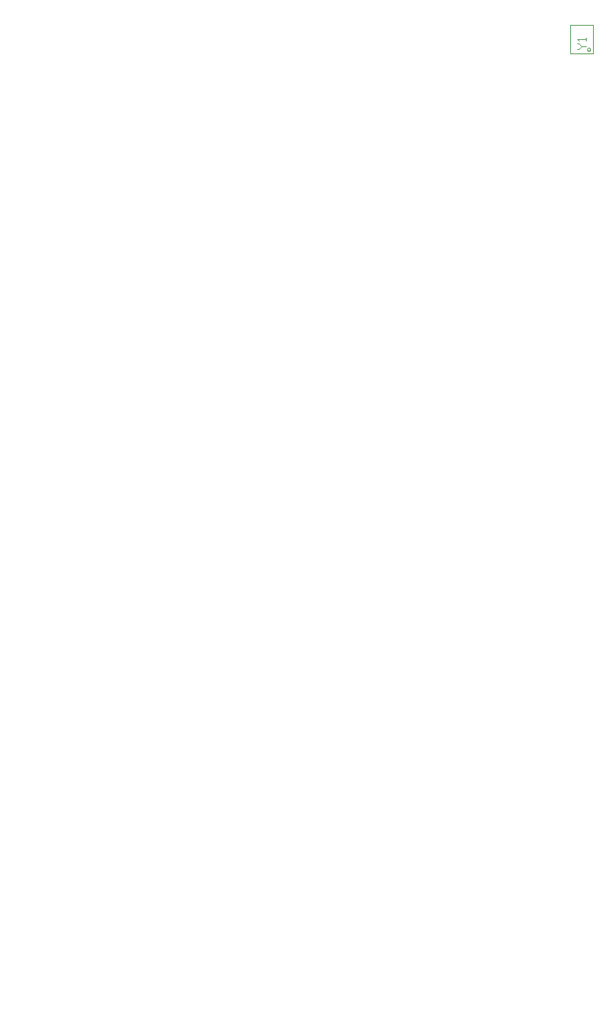
<source format=gbr>
%TF.GenerationSoftware,Altium Limited,Altium Designer,22.10.1 (41)*%
G04 Layer_Color=32768*
%FSLAX25Y25*%
%MOIN*%
%TF.SameCoordinates,BEAA4B2D-68BC-4382-99D5-5DCEA874A810*%
%TF.FilePolarity,Positive*%
%TF.FileFunction,Other,Mechanical_11*%
%TF.Part,Single*%
G01*
G75*
%TA.AperFunction,NonConductor*%
%ADD93C,0.00394*%
G36*
X-137065Y-173592D02*
X-137066Y-173591D01*
X-137065D01*
Y-173592D01*
D02*
G37*
G36*
X-137066D02*
X-137067D01*
X-137068D01*
Y-173591D01*
X-137067D01*
X-137066Y-173592D01*
D02*
G37*
G36*
X-137067Y-173593D02*
X-137068D01*
Y-173592D01*
X-137067Y-173593D01*
D02*
G37*
G36*
Y-173596D02*
X-137068Y-173595D01*
X-137067D01*
Y-173596D01*
D02*
G37*
G36*
X-137065Y-173598D02*
X-137066D01*
X-137068D01*
Y-173597D01*
X-137066D01*
X-137065Y-173598D01*
D02*
G37*
D93*
X132805Y270399D02*
G03*
X132805Y270399I-787J0D01*
G01*
X123159Y268628D02*
Y282013D01*
X133789D01*
Y268628D02*
Y282013D01*
X123159Y268628D02*
X133789D01*
X126409Y270793D02*
X127065D01*
X128376Y272105D01*
X127065Y273417D01*
X126409D01*
X128376Y272105D02*
X130344D01*
Y274729D02*
Y276041D01*
Y275384D01*
X126409D01*
X127065Y274729D01*
%TF.MD5,55444f8788e671ffe3ba80fe2ed7fe3e*%
M02*

</source>
